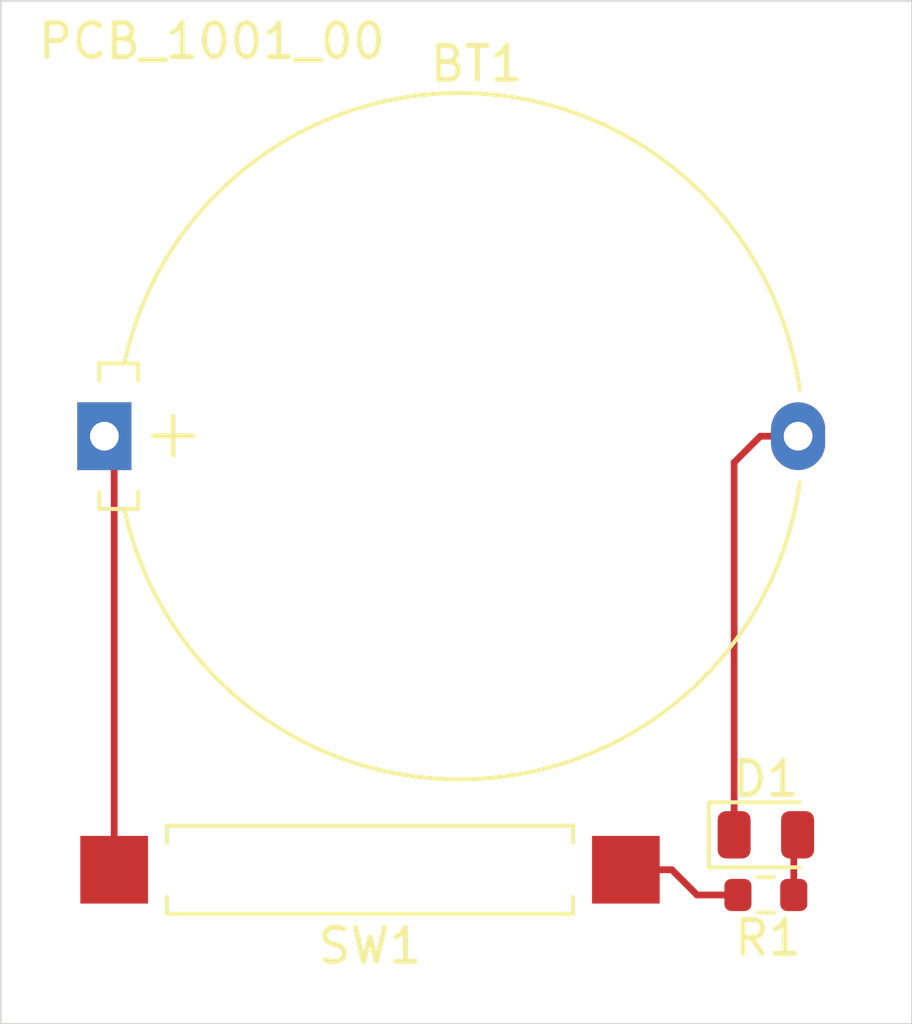
<source format=kicad_pcb>
(kicad_pcb (version 20240108) (generator "pcbnew") (generator_version "8.0")
  (layers (0 "F.Cu" signal) (31 "B.Cu" signal) (34 "B.Paste" user) (35 "F.Paste" user) (36 "B.SilkS" user "B.Silkscreen") (37 "F.SilkS" user "F.Silkscreen") (38 "B.Mask" user) (39 "F.Mask" user) (44 "Edge.Cuts" user))
  (net 0 "")
  (net 1 "Net-(BT1-+)")
  (net 2 "Net-(BT1--)")
  (net 3 "Net-(D1-A)")
  (net 4 "Net-(SW1-B)")
  (footprint "Button_Switch_SMD:SW_SPST_REED_CT10-XXXX-G1" (layer "F.Cu") (at 139.433 98.568)
    (property "Reference" "SW1" (at 0 2.25 0) (layer "F.SilkS"))
    (property "Value" "SW_SPST")
    (fp_line (start -6 -1.3) (end -6 -0.8) (stroke (width 0.12)) (layer "F.SilkS"))
    (fp_line (start -6 0.8) (end -6 1.3) (stroke (width 0.12)) (layer "F.SilkS"))
    (fp_line (start -6 1.3) (end 6 1.3) (stroke (width 0.12)) (layer "F.SilkS"))
    (fp_line (start 6 -1.3) (end -6 -1.3) (stroke (width 0.12)) (layer "F.SilkS"))
    (fp_line (start 6 -0.8) (end 6 -1.3) (stroke (width 0.12)) (layer "F.SilkS"))
    (fp_line (start 6 1.3) (end 6 0.8) (stroke (width 0.12)) (layer "F.SilkS"))
    (pad "1" smd rect (at -7.56 0) (size 2 2) (layers "F.Cu" "F.Paste" "F.Mask") (net 1 "Net-(BT1-+)"))
    (pad "2" smd rect (at 7.56 0) (size 2 2) (layers "F.Cu" "F.Paste" "F.Mask") (net 4 "Net-(SW1-B)"))
  )
  (footprint "Battery:Battery_Panasonic_CR2032-HFN_Horizontal_CircularHoles" (layer "F.Cu") (at 131.583 85.759607)
    (property "Reference" "BT1" (at 11 -11 0) (layer "F.SilkS"))
    (property "Value" "HPC 3v67")
    (fp_line (start -0.15 -2.15) (end -0.15 -1.65) (stroke (width 0.12)) (layer "F.SilkS"))
    (fp_line (start -0.15 -2.15) (end 1 -2.15) (stroke (width 0.12)) (layer "F.SilkS"))
    (fp_line (start -0.15 2.15) (end -0.15 1.65) (stroke (width 0.12)) (layer "F.SilkS"))
    (fp_line (start -0.15 2.15) (end 1 2.15) (stroke (width 0.12)) (layer "F.SilkS"))
    (fp_line (start 1 -2.15) (end 1 -1.65) (stroke (width 0.12)) (layer "F.SilkS"))
    (fp_line (start 1 2.15) (end 1 1.65) (stroke (width 0.12)) (layer "F.SilkS"))
    (fp_arc (start 0.59 -2.15) (mid 10.905879 -10.130166) (end 20.55 -1.35) (stroke (width 0.12)) (layer "F.SilkS"))
    (fp_arc (start 20.55 1.35) (mid 10.905879 10.130166) (end 0.59 2.15) (stroke (width 0.12)) (layer "F.SilkS"))
    (fp_text user "+" (at 2.032 -0.127 0) (layer "F.SilkS") (effects (font (size 1.5 1.5))))
    (pad "1" thru_hole rect (at 0 0) (size 1.6 2) (drill 0.85) (layers "*.Cu" "*.Mask") (net 1 "Net-(BT1-+)"))
    (pad "2" thru_hole oval (at 20.5 0) (size 1.6 2) (drill 0.85) (layers "*.Cu" "*.Mask") (net 2 "Net-(BT1--)"))
  )
  (footprint "LED_SMD:LED_0805_2012Metric" (layer "F.Cu") (at 151.13 97.536)
    (property "Reference" "D1" (at 0 -1.65 0) (layer "F.SilkS"))
    (property "Value" "Green LED")
    (fp_line (start -1.685 -0.96) (end -1.685 0.96) (stroke (width 0.12)) (layer "F.SilkS"))
    (fp_line (start -1.685 0.96) (end 1 0.96) (stroke (width 0.12)) (layer "F.SilkS"))
    (fp_line (start 1 -0.96) (end -1.685 -0.96) (stroke (width 0.12)) (layer "F.SilkS"))
    (pad "1" smd roundrect (at -0.9375 0) (size 0.975 1.4) (layers "F.Cu" "F.Paste" "F.Mask") (net 2 "Net-(BT1--)"))
    (pad "2" smd roundrect (at 0.9375 0) (size 0.975 1.4) (layers "F.Cu" "F.Paste" "F.Mask") (net 3 "Net-(D1-A)"))
  )
  (footprint "Resistor_SMD:R_0603_1608Metric" (layer "F.Cu") (at 151.13 99.314)
    (property "Reference" "R1" (at 0.063 1.27 0) (layer "F.SilkS"))
    (property "Value" "330R")
    (fp_line (start -0.237258 -0.5225) (end 0.237258 -0.5225) (stroke (width 0.12)) (layer "F.SilkS"))
    (fp_line (start -0.237258 0.5225) (end 0.237258 0.5225) (stroke (width 0.12)) (layer "F.SilkS"))
    (pad "1" smd roundrect (at -0.825 0) (size 0.8 0.95) (layers "F.Cu" "F.Paste" "F.Mask") (net 4 "Net-(SW1-B)"))
    (pad "2" smd roundrect (at 0.825 0) (size 0.8 0.95) (layers "F.Cu" "F.Paste" "F.Mask") (net 3 "Net-(D1-A)"))
  )
  (gr_rect (start 128.524 72.898) (end 155.448 103.124) (stroke (width 0.05)) (fill none) (layer "Edge.Cuts"))
  (gr_text "PCB_1001_00" (at 129.54 74.676 0) (layer "F.SilkS") (effects (font (size 1 1)) (justify left bottom)))
  (segment (start 131.873 98.568) (end 131.873 86.049607) (width 0.2) (layer "F.Cu") (net 1))
  (segment (start 131.873 86.049607) (end 131.583 85.759607) (width 0.2) (layer "F.Cu") (net 1))
  (segment (start 150.1925 97.536) (end 150.1925 86.5355) (width 0.2) (layer "F.Cu") (net 2))
  (segment (start 150.1925 86.5355) (end 150.968393 85.759607) (width 0.2) (layer "F.Cu") (net 2))
  (segment (start 150.968393 85.759607) (end 152.083 85.759607) (width 0.2) (layer "F.Cu") (net 2))
  (segment (start 151.955 99.314) (end 151.955 97.6485) (width 0.2) (layer "F.Cu") (net 3))
  (segment (start 151.955 97.6485) (end 152.0675 97.536) (width 0.2) (layer "F.Cu") (net 3))
  (segment (start 148.352 98.568) (end 149.098 99.314) (width 0.2) (layer "F.Cu") (net 4))
  (segment (start 149.098 99.314) (end 150.305 99.314) (width 0.2) (layer "F.Cu") (net 4))
  (segment (start 146.993 98.568) (end 148.352 98.568) (width 0.2) (layer "F.Cu") (net 4))
)
</source>
